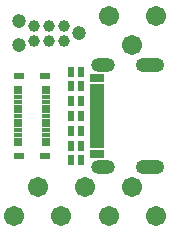
<source format=gts>
G04*
G04 #@! TF.GenerationSoftware,Altium Limited,Altium Designer,25.2.1 (25)*
G04*
G04 Layer_Color=8388736*
%FSLAX44Y44*%
%MOMM*%
G71*
G04*
G04 #@! TF.SameCoordinates,9FA7296E-CC3D-4323-95AD-B8A560F7C429*
G04*
G04*
G04 #@! TF.FilePolarity,Negative*
G04*
G01*
G75*
%ADD16C,0.9906*%
%ADD17R,0.8532X0.5232*%
%ADD18R,0.6782X0.4232*%
%ADD19R,1.2032X0.8032*%
%ADD20R,1.2032X0.5032*%
%ADD21C,1.7032*%
%ADD22R,0.6032X0.9032*%
%ADD23C,1.1938*%
%ADD24O,2.4032X1.2032*%
%ADD25O,2.0032X1.2032*%
D16*
X31900Y163650D02*
D03*
Y176350D02*
D03*
X44600Y163650D02*
D03*
Y176350D02*
D03*
X57300Y163650D02*
D03*
Y176350D02*
D03*
D17*
X40850Y66500D02*
D03*
Y133500D02*
D03*
X19150D02*
D03*
Y66500D02*
D03*
D18*
X17880Y124000D02*
D03*
Y120000D02*
D03*
Y116000D02*
D03*
Y112000D02*
D03*
Y108000D02*
D03*
Y104000D02*
D03*
Y100000D02*
D03*
Y96000D02*
D03*
Y92000D02*
D03*
Y88000D02*
D03*
Y84000D02*
D03*
Y80000D02*
D03*
Y76000D02*
D03*
X42125Y124000D02*
D03*
Y120000D02*
D03*
Y116000D02*
D03*
Y112000D02*
D03*
Y108000D02*
D03*
Y104000D02*
D03*
Y100000D02*
D03*
Y96000D02*
D03*
Y92000D02*
D03*
Y88000D02*
D03*
Y84000D02*
D03*
Y80000D02*
D03*
Y76000D02*
D03*
D19*
X85000Y68000D02*
D03*
Y76500D02*
D03*
Y132000D02*
D03*
Y124000D02*
D03*
D20*
Y82500D02*
D03*
Y87500D02*
D03*
Y92500D02*
D03*
Y117500D02*
D03*
Y112500D02*
D03*
Y107500D02*
D03*
Y102500D02*
D03*
Y97500D02*
D03*
D21*
X115000Y160000D02*
D03*
X55000Y15000D02*
D03*
X115000Y40000D02*
D03*
X95000Y185000D02*
D03*
X135000D02*
D03*
X135000Y15000D02*
D03*
X75000Y40000D02*
D03*
X35000D02*
D03*
X95000Y15000D02*
D03*
X15000D02*
D03*
D22*
X72000Y100000D02*
D03*
X63000D02*
D03*
X72000Y87500D02*
D03*
X63000D02*
D03*
X72000Y75000D02*
D03*
X63000D02*
D03*
X72000Y137500D02*
D03*
X63000D02*
D03*
Y112500D02*
D03*
X72000D02*
D03*
X63000Y62500D02*
D03*
X72000D02*
D03*
Y125000D02*
D03*
X63000D02*
D03*
D23*
X19200Y180160D02*
D03*
Y159840D02*
D03*
X70000Y170000D02*
D03*
D24*
X130000Y56800D02*
D03*
Y143200D02*
D03*
D25*
X90000Y56800D02*
D03*
Y143200D02*
D03*
M02*

</source>
